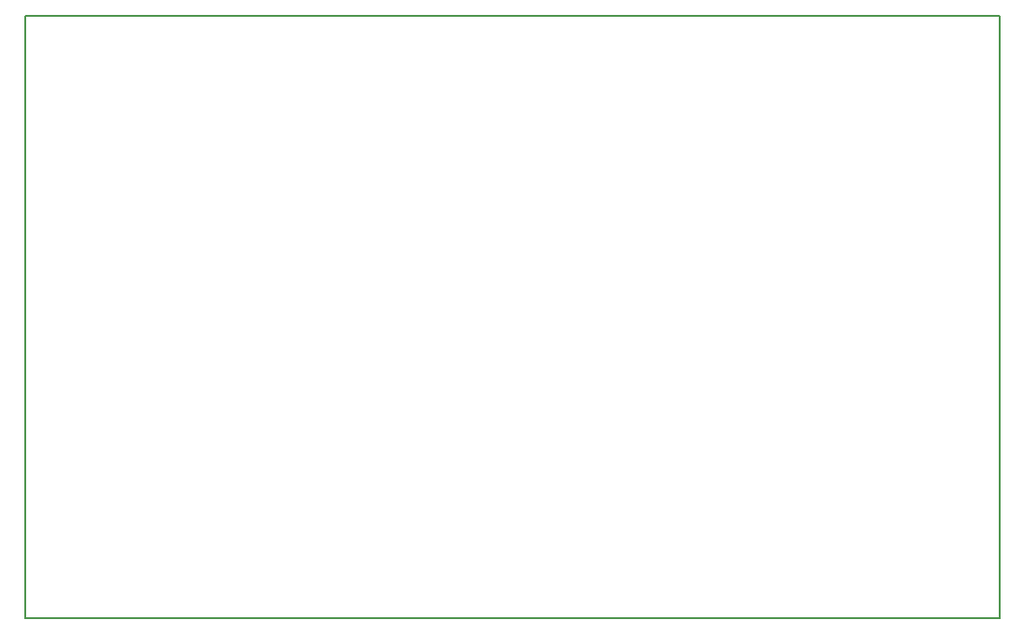
<source format=gbr>
G04 (created by PCBNEW (2013-07-07 BZR 4022)-stable) date 08/05/2014 10:59:01 AM*
%MOIN*%
G04 Gerber Fmt 3.4, Leading zero omitted, Abs format*
%FSLAX34Y34*%
G01*
G70*
G90*
G04 APERTURE LIST*
%ADD10C,0.00590551*%
G04 APERTURE END LIST*
G54D10*
X40750Y-31750D02*
X6000Y-31750D01*
X40750Y-10250D02*
X40750Y-31750D01*
X6000Y-10250D02*
X6000Y-31750D01*
X40750Y-10250D02*
X6000Y-10250D01*
M02*

</source>
